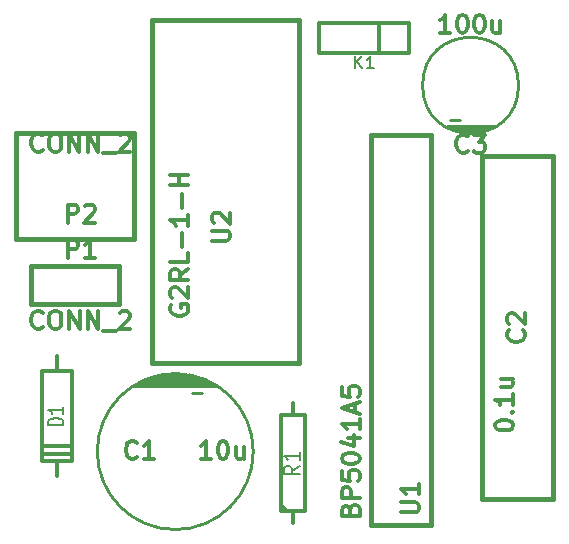
<source format=gto>
G04 (created by PCBNEW-RS274X (2011-nov-30)-testing) date Mon 06 Aug 2012 03:20:33 PM CEST*
%MOIN*%
G04 Gerber Fmt 3.4, Leading zero omitted, Abs format*
%FSLAX34Y34*%
G01*
G70*
G90*
G04 APERTURE LIST*
%ADD10C,0.006*%
%ADD11C,0.012*%
%ADD12C,0.015*%
%ADD13C,0.01*%
%ADD14C,0.008*%
G04 APERTURE END LIST*
G54D10*
G54D11*
X19291Y-40583D02*
X19291Y-40183D01*
X19291Y-40183D02*
X18891Y-40183D01*
X18891Y-40183D02*
X18891Y-36983D01*
X18891Y-36983D02*
X19691Y-36983D01*
X19691Y-36983D02*
X19691Y-40183D01*
X19691Y-40183D02*
X19291Y-40183D01*
X19091Y-40183D02*
X18891Y-39983D01*
X19291Y-36583D02*
X19291Y-36983D01*
X22154Y-23909D02*
X22154Y-24909D01*
X23154Y-24909D02*
X20154Y-24909D01*
X20154Y-24909D02*
X20154Y-23909D01*
X20154Y-23909D02*
X23154Y-23909D01*
X23154Y-23909D02*
X23154Y-24909D01*
G54D12*
X19488Y-35236D02*
X19488Y-23819D01*
X19488Y-23819D02*
X14567Y-23819D01*
X14567Y-23819D02*
X14567Y-35236D01*
X14567Y-35236D02*
X19488Y-35236D01*
G54D11*
X11917Y-35508D02*
X11917Y-38508D01*
X11917Y-38508D02*
X10917Y-38508D01*
X10917Y-38508D02*
X10917Y-35508D01*
X10917Y-35508D02*
X11917Y-35508D01*
X11917Y-38258D02*
X10917Y-38258D01*
X10917Y-38008D02*
X11917Y-38008D01*
X11417Y-35508D02*
X11417Y-35008D01*
X11417Y-38508D02*
X11417Y-39008D01*
G54D13*
X24397Y-27334D02*
X25997Y-27334D01*
X25997Y-27334D02*
X25847Y-27384D01*
X25847Y-27384D02*
X24547Y-27384D01*
X24547Y-27384D02*
X24397Y-27334D01*
X26797Y-25984D02*
G75*
G03X26797Y-25984I-1600J0D01*
G74*
G01*
X24847Y-27134D02*
X24497Y-27134D01*
X24797Y-27534D02*
X25597Y-27534D01*
X25597Y-27484D02*
X24797Y-27484D01*
X25797Y-27434D02*
X24597Y-27434D01*
X14554Y-35839D02*
X16154Y-35839D01*
X16504Y-35939D02*
X14254Y-35939D01*
X14254Y-35939D02*
X14604Y-35939D01*
X15904Y-35689D02*
X14854Y-35689D01*
X14504Y-35789D02*
X16204Y-35789D01*
X16454Y-35889D02*
X14254Y-35889D01*
X14254Y-35889D02*
X14304Y-35889D01*
X16754Y-35989D02*
X13954Y-35989D01*
X13954Y-35989D02*
X15004Y-35639D01*
X15004Y-35639D02*
X15704Y-35639D01*
X15704Y-35639D02*
X16704Y-35989D01*
X16704Y-35989D02*
X16554Y-35939D01*
X17954Y-38189D02*
G75*
G03X17954Y-38189I-2600J0D01*
G74*
G01*
X15904Y-36239D02*
X16254Y-36239D01*
G54D12*
X13976Y-27559D02*
X10039Y-27559D01*
X10039Y-27559D02*
X10039Y-31103D01*
X10039Y-31103D02*
X13976Y-31103D01*
X13976Y-31103D02*
X13976Y-27559D01*
X25591Y-39764D02*
X27953Y-39764D01*
X27953Y-39764D02*
X27953Y-28347D01*
X27953Y-28347D02*
X25591Y-28347D01*
X25591Y-28347D02*
X25591Y-39764D01*
X21866Y-40646D02*
X23866Y-40646D01*
X23866Y-40646D02*
X23866Y-27646D01*
X23866Y-27646D02*
X21866Y-27646D01*
X21866Y-27646D02*
X21866Y-40646D01*
X10532Y-31988D02*
X13485Y-31988D01*
X13485Y-31988D02*
X13485Y-33268D01*
X13485Y-33268D02*
X10532Y-33268D01*
X10532Y-33268D02*
X10532Y-31988D01*
G54D14*
X19514Y-38666D02*
X19252Y-38833D01*
X19514Y-38952D02*
X18964Y-38952D01*
X18964Y-38761D01*
X18990Y-38714D01*
X19016Y-38690D01*
X19068Y-38666D01*
X19147Y-38666D01*
X19199Y-38690D01*
X19226Y-38714D01*
X19252Y-38761D01*
X19252Y-38952D01*
X19514Y-38190D02*
X19514Y-38476D01*
X19514Y-38333D02*
X18964Y-38333D01*
X19042Y-38381D01*
X19095Y-38428D01*
X19121Y-38476D01*
X21359Y-25421D02*
X21359Y-25021D01*
X21588Y-25421D02*
X21416Y-25192D01*
X21588Y-25021D02*
X21359Y-25249D01*
X21969Y-25421D02*
X21740Y-25421D01*
X21854Y-25421D02*
X21854Y-25021D01*
X21816Y-25078D01*
X21778Y-25116D01*
X21740Y-25135D01*
G54D11*
X16572Y-31166D02*
X17058Y-31166D01*
X17115Y-31138D01*
X17143Y-31109D01*
X17172Y-31052D01*
X17172Y-30938D01*
X17143Y-30880D01*
X17115Y-30852D01*
X17058Y-30823D01*
X16572Y-30823D01*
X16629Y-30566D02*
X16600Y-30537D01*
X16572Y-30480D01*
X16572Y-30337D01*
X16600Y-30280D01*
X16629Y-30251D01*
X16686Y-30223D01*
X16743Y-30223D01*
X16829Y-30251D01*
X17172Y-30594D01*
X17172Y-30223D01*
X15222Y-33313D02*
X15194Y-33370D01*
X15194Y-33456D01*
X15222Y-33541D01*
X15280Y-33599D01*
X15337Y-33627D01*
X15451Y-33656D01*
X15537Y-33656D01*
X15651Y-33627D01*
X15708Y-33599D01*
X15765Y-33541D01*
X15794Y-33456D01*
X15794Y-33399D01*
X15765Y-33313D01*
X15737Y-33284D01*
X15537Y-33284D01*
X15537Y-33399D01*
X15251Y-33056D02*
X15222Y-33027D01*
X15194Y-32970D01*
X15194Y-32827D01*
X15222Y-32770D01*
X15251Y-32741D01*
X15308Y-32713D01*
X15365Y-32713D01*
X15451Y-32741D01*
X15794Y-33084D01*
X15794Y-32713D01*
X15794Y-32113D02*
X15508Y-32313D01*
X15794Y-32456D02*
X15194Y-32456D01*
X15194Y-32228D01*
X15222Y-32170D01*
X15251Y-32142D01*
X15308Y-32113D01*
X15394Y-32113D01*
X15451Y-32142D01*
X15480Y-32170D01*
X15508Y-32228D01*
X15508Y-32456D01*
X15794Y-31570D02*
X15794Y-31856D01*
X15194Y-31856D01*
X15565Y-31370D02*
X15565Y-30913D01*
X15794Y-30313D02*
X15794Y-30656D01*
X15794Y-30484D02*
X15194Y-30484D01*
X15280Y-30541D01*
X15337Y-30599D01*
X15365Y-30656D01*
X15565Y-30056D02*
X15565Y-29599D01*
X15794Y-29313D02*
X15194Y-29313D01*
X15480Y-29313D02*
X15480Y-28970D01*
X15794Y-28970D02*
X15194Y-28970D01*
G54D14*
X11619Y-37303D02*
X11119Y-37303D01*
X11119Y-37208D01*
X11143Y-37150D01*
X11191Y-37112D01*
X11238Y-37093D01*
X11334Y-37074D01*
X11405Y-37074D01*
X11500Y-37093D01*
X11548Y-37112D01*
X11596Y-37150D01*
X11619Y-37208D01*
X11619Y-37303D01*
X11619Y-36693D02*
X11619Y-36922D01*
X11619Y-36808D02*
X11119Y-36808D01*
X11191Y-36846D01*
X11238Y-36884D01*
X11262Y-36922D01*
G54D11*
X25098Y-28170D02*
X25069Y-28198D01*
X24983Y-28227D01*
X24926Y-28227D01*
X24841Y-28198D01*
X24783Y-28141D01*
X24755Y-28084D01*
X24726Y-27970D01*
X24726Y-27884D01*
X24755Y-27770D01*
X24783Y-27713D01*
X24841Y-27655D01*
X24926Y-27627D01*
X24983Y-27627D01*
X25069Y-27655D01*
X25098Y-27684D01*
X25298Y-27627D02*
X25669Y-27627D01*
X25469Y-27855D01*
X25555Y-27855D01*
X25612Y-27884D01*
X25641Y-27913D01*
X25669Y-27970D01*
X25669Y-28113D01*
X25641Y-28170D01*
X25612Y-28198D01*
X25555Y-28227D01*
X25383Y-28227D01*
X25326Y-28198D01*
X25298Y-28170D01*
X24526Y-24227D02*
X24183Y-24227D01*
X24355Y-24227D02*
X24355Y-23627D01*
X24298Y-23713D01*
X24240Y-23770D01*
X24183Y-23798D01*
X24897Y-23627D02*
X24954Y-23627D01*
X25011Y-23655D01*
X25040Y-23684D01*
X25069Y-23741D01*
X25097Y-23855D01*
X25097Y-23998D01*
X25069Y-24113D01*
X25040Y-24170D01*
X25011Y-24198D01*
X24954Y-24227D01*
X24897Y-24227D01*
X24840Y-24198D01*
X24811Y-24170D01*
X24783Y-24113D01*
X24754Y-23998D01*
X24754Y-23855D01*
X24783Y-23741D01*
X24811Y-23684D01*
X24840Y-23655D01*
X24897Y-23627D01*
X25468Y-23627D02*
X25525Y-23627D01*
X25582Y-23655D01*
X25611Y-23684D01*
X25640Y-23741D01*
X25668Y-23855D01*
X25668Y-23998D01*
X25640Y-24113D01*
X25611Y-24170D01*
X25582Y-24198D01*
X25525Y-24227D01*
X25468Y-24227D01*
X25411Y-24198D01*
X25382Y-24170D01*
X25354Y-24113D01*
X25325Y-23998D01*
X25325Y-23855D01*
X25354Y-23741D01*
X25382Y-23684D01*
X25411Y-23655D01*
X25468Y-23627D01*
X26182Y-23827D02*
X26182Y-24227D01*
X25925Y-23827D02*
X25925Y-24141D01*
X25953Y-24198D01*
X26011Y-24227D01*
X26096Y-24227D01*
X26153Y-24198D01*
X26182Y-24170D01*
X14074Y-38375D02*
X14045Y-38403D01*
X13959Y-38432D01*
X13902Y-38432D01*
X13817Y-38403D01*
X13759Y-38346D01*
X13731Y-38289D01*
X13702Y-38175D01*
X13702Y-38089D01*
X13731Y-37975D01*
X13759Y-37918D01*
X13817Y-37860D01*
X13902Y-37832D01*
X13959Y-37832D01*
X14045Y-37860D01*
X14074Y-37889D01*
X14645Y-38432D02*
X14302Y-38432D01*
X14474Y-38432D02*
X14474Y-37832D01*
X14417Y-37918D01*
X14359Y-37975D01*
X14302Y-38003D01*
X16544Y-38432D02*
X16201Y-38432D01*
X16373Y-38432D02*
X16373Y-37832D01*
X16316Y-37918D01*
X16258Y-37975D01*
X16201Y-38003D01*
X16915Y-37832D02*
X16972Y-37832D01*
X17029Y-37860D01*
X17058Y-37889D01*
X17087Y-37946D01*
X17115Y-38060D01*
X17115Y-38203D01*
X17087Y-38318D01*
X17058Y-38375D01*
X17029Y-38403D01*
X16972Y-38432D01*
X16915Y-38432D01*
X16858Y-38403D01*
X16829Y-38375D01*
X16801Y-38318D01*
X16772Y-38203D01*
X16772Y-38060D01*
X16801Y-37946D01*
X16829Y-37889D01*
X16858Y-37860D01*
X16915Y-37832D01*
X17629Y-38032D02*
X17629Y-38432D01*
X17372Y-38032D02*
X17372Y-38346D01*
X17400Y-38403D01*
X17458Y-38432D01*
X17543Y-38432D01*
X17600Y-38403D01*
X17629Y-38375D01*
X11763Y-30558D02*
X11763Y-29958D01*
X11991Y-29958D01*
X12049Y-29986D01*
X12077Y-30015D01*
X12106Y-30072D01*
X12106Y-30158D01*
X12077Y-30215D01*
X12049Y-30244D01*
X11991Y-30272D01*
X11763Y-30272D01*
X12334Y-30015D02*
X12363Y-29986D01*
X12420Y-29958D01*
X12563Y-29958D01*
X12620Y-29986D01*
X12649Y-30015D01*
X12677Y-30072D01*
X12677Y-30129D01*
X12649Y-30215D01*
X12306Y-30558D01*
X12677Y-30558D01*
X10933Y-28139D02*
X10904Y-28167D01*
X10818Y-28196D01*
X10761Y-28196D01*
X10676Y-28167D01*
X10618Y-28110D01*
X10590Y-28053D01*
X10561Y-27939D01*
X10561Y-27853D01*
X10590Y-27739D01*
X10618Y-27682D01*
X10676Y-27624D01*
X10761Y-27596D01*
X10818Y-27596D01*
X10904Y-27624D01*
X10933Y-27653D01*
X11304Y-27596D02*
X11418Y-27596D01*
X11476Y-27624D01*
X11533Y-27682D01*
X11561Y-27796D01*
X11561Y-27996D01*
X11533Y-28110D01*
X11476Y-28167D01*
X11418Y-28196D01*
X11304Y-28196D01*
X11247Y-28167D01*
X11190Y-28110D01*
X11161Y-27996D01*
X11161Y-27796D01*
X11190Y-27682D01*
X11247Y-27624D01*
X11304Y-27596D01*
X11819Y-28196D02*
X11819Y-27596D01*
X12162Y-28196D01*
X12162Y-27596D01*
X12448Y-28196D02*
X12448Y-27596D01*
X12791Y-28196D01*
X12791Y-27596D01*
X12934Y-28253D02*
X13391Y-28253D01*
X13505Y-27653D02*
X13534Y-27624D01*
X13591Y-27596D01*
X13734Y-27596D01*
X13791Y-27624D01*
X13820Y-27653D01*
X13848Y-27710D01*
X13848Y-27767D01*
X13820Y-27853D01*
X13477Y-28196D01*
X13848Y-28196D01*
X26958Y-34154D02*
X26986Y-34183D01*
X27015Y-34269D01*
X27015Y-34326D01*
X26986Y-34411D01*
X26929Y-34469D01*
X26872Y-34497D01*
X26758Y-34526D01*
X26672Y-34526D01*
X26558Y-34497D01*
X26501Y-34469D01*
X26443Y-34411D01*
X26415Y-34326D01*
X26415Y-34269D01*
X26443Y-34183D01*
X26472Y-34154D01*
X26472Y-33926D02*
X26443Y-33897D01*
X26415Y-33840D01*
X26415Y-33697D01*
X26443Y-33640D01*
X26472Y-33611D01*
X26529Y-33583D01*
X26586Y-33583D01*
X26672Y-33611D01*
X27015Y-33954D01*
X27015Y-33583D01*
X26021Y-37342D02*
X26021Y-37285D01*
X26049Y-37228D01*
X26078Y-37199D01*
X26135Y-37170D01*
X26249Y-37142D01*
X26392Y-37142D01*
X26507Y-37170D01*
X26564Y-37199D01*
X26592Y-37228D01*
X26621Y-37285D01*
X26621Y-37342D01*
X26592Y-37399D01*
X26564Y-37428D01*
X26507Y-37456D01*
X26392Y-37485D01*
X26249Y-37485D01*
X26135Y-37456D01*
X26078Y-37428D01*
X26049Y-37399D01*
X26021Y-37342D01*
X26564Y-36885D02*
X26592Y-36857D01*
X26621Y-36885D01*
X26592Y-36914D01*
X26564Y-36885D01*
X26621Y-36885D01*
X26621Y-36285D02*
X26621Y-36628D01*
X26621Y-36456D02*
X26021Y-36456D01*
X26107Y-36513D01*
X26164Y-36571D01*
X26192Y-36628D01*
X26221Y-35771D02*
X26621Y-35771D01*
X26221Y-36028D02*
X26535Y-36028D01*
X26592Y-36000D01*
X26621Y-35942D01*
X26621Y-35857D01*
X26592Y-35800D01*
X26564Y-35771D01*
X22872Y-40221D02*
X23358Y-40221D01*
X23415Y-40193D01*
X23443Y-40164D01*
X23472Y-40107D01*
X23472Y-39993D01*
X23443Y-39935D01*
X23415Y-39907D01*
X23358Y-39878D01*
X22872Y-39878D01*
X23472Y-39278D02*
X23472Y-39621D01*
X23472Y-39449D02*
X22872Y-39449D01*
X22958Y-39506D01*
X23015Y-39564D01*
X23043Y-39621D01*
X21189Y-40130D02*
X21217Y-40044D01*
X21246Y-40016D01*
X21303Y-39987D01*
X21389Y-39987D01*
X21446Y-40016D01*
X21474Y-40044D01*
X21503Y-40102D01*
X21503Y-40330D01*
X20903Y-40330D01*
X20903Y-40130D01*
X20931Y-40073D01*
X20960Y-40044D01*
X21017Y-40016D01*
X21074Y-40016D01*
X21131Y-40044D01*
X21160Y-40073D01*
X21189Y-40130D01*
X21189Y-40330D01*
X21503Y-39730D02*
X20903Y-39730D01*
X20903Y-39502D01*
X20931Y-39444D01*
X20960Y-39416D01*
X21017Y-39387D01*
X21103Y-39387D01*
X21160Y-39416D01*
X21189Y-39444D01*
X21217Y-39502D01*
X21217Y-39730D01*
X20903Y-38844D02*
X20903Y-39130D01*
X21189Y-39159D01*
X21160Y-39130D01*
X21131Y-39073D01*
X21131Y-38930D01*
X21160Y-38873D01*
X21189Y-38844D01*
X21246Y-38816D01*
X21389Y-38816D01*
X21446Y-38844D01*
X21474Y-38873D01*
X21503Y-38930D01*
X21503Y-39073D01*
X21474Y-39130D01*
X21446Y-39159D01*
X20903Y-38445D02*
X20903Y-38388D01*
X20931Y-38331D01*
X20960Y-38302D01*
X21017Y-38273D01*
X21131Y-38245D01*
X21274Y-38245D01*
X21389Y-38273D01*
X21446Y-38302D01*
X21474Y-38331D01*
X21503Y-38388D01*
X21503Y-38445D01*
X21474Y-38502D01*
X21446Y-38531D01*
X21389Y-38559D01*
X21274Y-38588D01*
X21131Y-38588D01*
X21017Y-38559D01*
X20960Y-38531D01*
X20931Y-38502D01*
X20903Y-38445D01*
X21103Y-37731D02*
X21503Y-37731D01*
X20874Y-37874D02*
X21303Y-38017D01*
X21303Y-37645D01*
X21503Y-37103D02*
X21503Y-37446D01*
X21503Y-37274D02*
X20903Y-37274D01*
X20989Y-37331D01*
X21046Y-37389D01*
X21074Y-37446D01*
X21331Y-36875D02*
X21331Y-36589D01*
X21503Y-36932D02*
X20903Y-36732D01*
X21503Y-36532D01*
X20903Y-36046D02*
X20903Y-36332D01*
X21189Y-36361D01*
X21160Y-36332D01*
X21131Y-36275D01*
X21131Y-36132D01*
X21160Y-36075D01*
X21189Y-36046D01*
X21246Y-36018D01*
X21389Y-36018D01*
X21446Y-36046D01*
X21474Y-36075D01*
X21503Y-36132D01*
X21503Y-36275D01*
X21474Y-36332D01*
X21446Y-36361D01*
X11763Y-31739D02*
X11763Y-31139D01*
X11991Y-31139D01*
X12049Y-31167D01*
X12077Y-31196D01*
X12106Y-31253D01*
X12106Y-31339D01*
X12077Y-31396D01*
X12049Y-31425D01*
X11991Y-31453D01*
X11763Y-31453D01*
X12677Y-31739D02*
X12334Y-31739D01*
X12506Y-31739D02*
X12506Y-31139D01*
X12449Y-31225D01*
X12391Y-31282D01*
X12334Y-31310D01*
X10934Y-34044D02*
X10905Y-34072D01*
X10819Y-34101D01*
X10762Y-34101D01*
X10677Y-34072D01*
X10619Y-34015D01*
X10591Y-33958D01*
X10562Y-33844D01*
X10562Y-33758D01*
X10591Y-33644D01*
X10619Y-33587D01*
X10677Y-33529D01*
X10762Y-33501D01*
X10819Y-33501D01*
X10905Y-33529D01*
X10934Y-33558D01*
X11305Y-33501D02*
X11419Y-33501D01*
X11477Y-33529D01*
X11534Y-33587D01*
X11562Y-33701D01*
X11562Y-33901D01*
X11534Y-34015D01*
X11477Y-34072D01*
X11419Y-34101D01*
X11305Y-34101D01*
X11248Y-34072D01*
X11191Y-34015D01*
X11162Y-33901D01*
X11162Y-33701D01*
X11191Y-33587D01*
X11248Y-33529D01*
X11305Y-33501D01*
X11820Y-34101D02*
X11820Y-33501D01*
X12163Y-34101D01*
X12163Y-33501D01*
X12449Y-34101D02*
X12449Y-33501D01*
X12792Y-34101D01*
X12792Y-33501D01*
X12935Y-34158D02*
X13392Y-34158D01*
X13506Y-33558D02*
X13535Y-33529D01*
X13592Y-33501D01*
X13735Y-33501D01*
X13792Y-33529D01*
X13821Y-33558D01*
X13849Y-33615D01*
X13849Y-33672D01*
X13821Y-33758D01*
X13478Y-34101D01*
X13849Y-34101D01*
M02*

</source>
